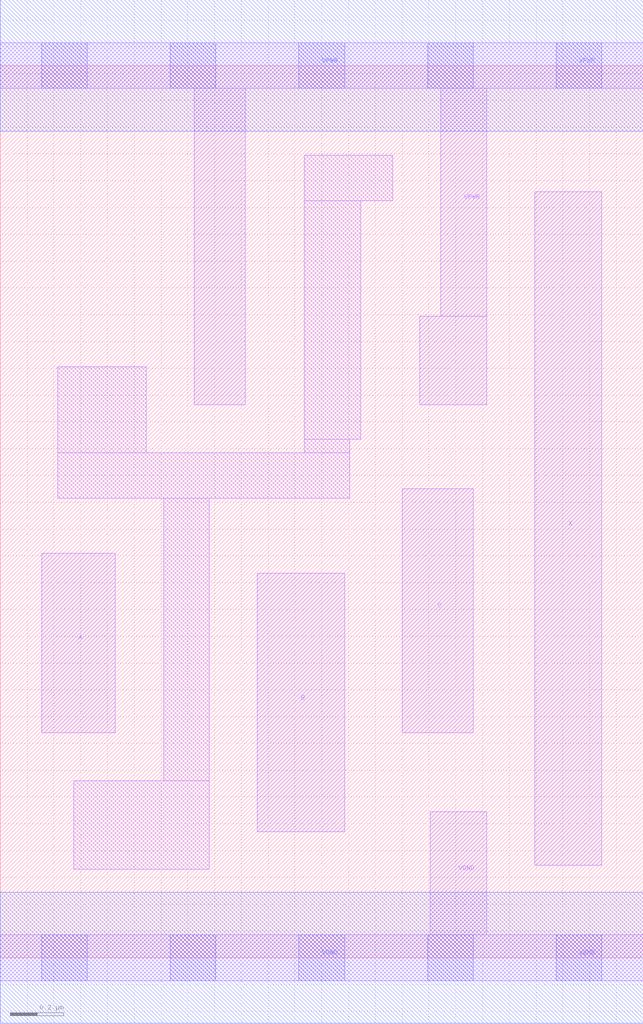
<source format=lef>
# Copyright 2020 The SkyWater PDK Authors
#
# Licensed under the Apache License, Version 2.0 (the "License");
# you may not use this file except in compliance with the License.
# You may obtain a copy of the License at
#
#     https://www.apache.org/licenses/LICENSE-2.0
#
# Unless required by applicable law or agreed to in writing, software
# distributed under the License is distributed on an "AS IS" BASIS,
# WITHOUT WARRANTIES OR CONDITIONS OF ANY KIND, either express or implied.
# See the License for the specific language governing permissions and
# limitations under the License.
#
# SPDX-License-Identifier: Apache-2.0

VERSION 5.7 ;
  NAMESCASESENSITIVE ON ;
  NOWIREEXTENSIONATPIN ON ;
  DIVIDERCHAR "/" ;
  BUSBITCHARS "[]" ;
UNITS
  DATABASE MICRONS 200 ;
END UNITS
MACRO sky130_fd_sc_lp__and3_m
  CLASS CORE ;
  SOURCE USER ;
  FOREIGN sky130_fd_sc_lp__and3_m ;
  ORIGIN  0.000000  0.000000 ;
  SIZE  2.400000 BY  3.330000 ;
  SYMMETRY X Y R90 ;
  SITE unit ;
  PIN A
    ANTENNAGATEAREA  0.126000 ;
    DIRECTION INPUT ;
    USE SIGNAL ;
    PORT
      LAYER li1 ;
        RECT 0.155000 0.840000 0.430000 1.510000 ;
    END
  END A
  PIN B
    ANTENNAGATEAREA  0.126000 ;
    DIRECTION INPUT ;
    USE SIGNAL ;
    PORT
      LAYER li1 ;
        RECT 0.960000 0.470000 1.285000 1.435000 ;
    END
  END B
  PIN C
    ANTENNAGATEAREA  0.126000 ;
    DIRECTION INPUT ;
    USE SIGNAL ;
    PORT
      LAYER li1 ;
        RECT 1.500000 0.840000 1.765000 1.750000 ;
    END
  END C
  PIN X
    ANTENNADIFFAREA  0.222600 ;
    DIRECTION OUTPUT ;
    USE SIGNAL ;
    PORT
      LAYER li1 ;
        RECT 1.995000 0.345000 2.245000 2.860000 ;
    END
  END X
  PIN VGND
    DIRECTION INOUT ;
    USE GROUND ;
    PORT
      LAYER li1 ;
        RECT 0.000000 -0.085000 2.400000 0.085000 ;
        RECT 1.605000  0.085000 1.815000 0.545000 ;
      LAYER mcon ;
        RECT 0.155000 -0.085000 0.325000 0.085000 ;
        RECT 0.635000 -0.085000 0.805000 0.085000 ;
        RECT 1.115000 -0.085000 1.285000 0.085000 ;
        RECT 1.595000 -0.085000 1.765000 0.085000 ;
        RECT 2.075000 -0.085000 2.245000 0.085000 ;
      LAYER met1 ;
        RECT 0.000000 -0.245000 2.400000 0.245000 ;
    END
  END VGND
  PIN VPWR
    DIRECTION INOUT ;
    USE POWER ;
    PORT
      LAYER li1 ;
        RECT 0.000000 3.245000 2.400000 3.415000 ;
        RECT 0.725000 2.065000 0.915000 3.245000 ;
        RECT 1.565000 2.065000 1.815000 2.395000 ;
        RECT 1.645000 2.395000 1.815000 3.245000 ;
      LAYER mcon ;
        RECT 0.155000 3.245000 0.325000 3.415000 ;
        RECT 0.635000 3.245000 0.805000 3.415000 ;
        RECT 1.115000 3.245000 1.285000 3.415000 ;
        RECT 1.595000 3.245000 1.765000 3.415000 ;
        RECT 2.075000 3.245000 2.245000 3.415000 ;
      LAYER met1 ;
        RECT 0.000000 3.085000 2.400000 3.575000 ;
    END
  END VPWR
  OBS
    LAYER li1 ;
      RECT 0.215000 1.715000 1.305000 1.885000 ;
      RECT 0.215000 1.885000 0.545000 2.205000 ;
      RECT 0.275000 0.330000 0.780000 0.660000 ;
      RECT 0.610000 0.660000 0.780000 1.715000 ;
      RECT 1.135000 1.885000 1.305000 1.935000 ;
      RECT 1.135000 1.935000 1.345000 2.825000 ;
      RECT 1.135000 2.825000 1.465000 2.995000 ;
  END
END sky130_fd_sc_lp__and3_m

</source>
